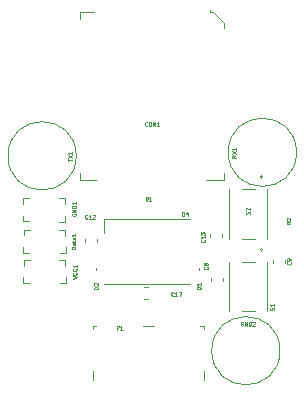
<source format=gbr>
%TF.GenerationSoftware,KiCad,Pcbnew,(7.0.0)*%
%TF.CreationDate,2023-10-08T10:18:40-07:00*%
%TF.ProjectId,Dot-LED,446f742d-4c45-4442-9e6b-696361645f70,rev?*%
%TF.SameCoordinates,Original*%
%TF.FileFunction,Legend,Top*%
%TF.FilePolarity,Positive*%
%FSLAX46Y46*%
G04 Gerber Fmt 4.6, Leading zero omitted, Abs format (unit mm)*
G04 Created by KiCad (PCBNEW (7.0.0)) date 2023-10-08 10:18:40*
%MOMM*%
%LPD*%
G01*
G04 APERTURE LIST*
%ADD10C,0.082500*%
%ADD11C,0.125000*%
G04 APERTURE END LIST*
D10*
%TO.C,C12*%
X121587856Y-53839807D02*
X121572142Y-53855521D01*
X121572142Y-53855521D02*
X121524999Y-53871235D01*
X121524999Y-53871235D02*
X121493571Y-53871235D01*
X121493571Y-53871235D02*
X121446428Y-53855521D01*
X121446428Y-53855521D02*
X121414999Y-53824092D01*
X121414999Y-53824092D02*
X121399285Y-53792664D01*
X121399285Y-53792664D02*
X121383571Y-53729807D01*
X121383571Y-53729807D02*
X121383571Y-53682664D01*
X121383571Y-53682664D02*
X121399285Y-53619807D01*
X121399285Y-53619807D02*
X121414999Y-53588378D01*
X121414999Y-53588378D02*
X121446428Y-53556950D01*
X121446428Y-53556950D02*
X121493571Y-53541235D01*
X121493571Y-53541235D02*
X121524999Y-53541235D01*
X121524999Y-53541235D02*
X121572142Y-53556950D01*
X121572142Y-53556950D02*
X121587856Y-53572664D01*
X121902142Y-53871235D02*
X121713571Y-53871235D01*
X121807856Y-53871235D02*
X121807856Y-53541235D01*
X121807856Y-53541235D02*
X121776428Y-53588378D01*
X121776428Y-53588378D02*
X121744999Y-53619807D01*
X121744999Y-53619807D02*
X121713571Y-53635521D01*
X122027857Y-53572664D02*
X122043571Y-53556950D01*
X122043571Y-53556950D02*
X122075000Y-53541235D01*
X122075000Y-53541235D02*
X122153571Y-53541235D01*
X122153571Y-53541235D02*
X122185000Y-53556950D01*
X122185000Y-53556950D02*
X122200714Y-53572664D01*
X122200714Y-53572664D02*
X122216428Y-53604092D01*
X122216428Y-53604092D02*
X122216428Y-53635521D01*
X122216428Y-53635521D02*
X122200714Y-53682664D01*
X122200714Y-53682664D02*
X122012142Y-53871235D01*
X122012142Y-53871235D02*
X122216428Y-53871235D01*
%TO.C,S2*%
X135310521Y-53466428D02*
X135326235Y-53419286D01*
X135326235Y-53419286D02*
X135326235Y-53340714D01*
X135326235Y-53340714D02*
X135310521Y-53309286D01*
X135310521Y-53309286D02*
X135294807Y-53293571D01*
X135294807Y-53293571D02*
X135263378Y-53277857D01*
X135263378Y-53277857D02*
X135231950Y-53277857D01*
X135231950Y-53277857D02*
X135200521Y-53293571D01*
X135200521Y-53293571D02*
X135184807Y-53309286D01*
X135184807Y-53309286D02*
X135169092Y-53340714D01*
X135169092Y-53340714D02*
X135153378Y-53403571D01*
X135153378Y-53403571D02*
X135137664Y-53435000D01*
X135137664Y-53435000D02*
X135121950Y-53450714D01*
X135121950Y-53450714D02*
X135090521Y-53466428D01*
X135090521Y-53466428D02*
X135059092Y-53466428D01*
X135059092Y-53466428D02*
X135027664Y-53450714D01*
X135027664Y-53450714D02*
X135011950Y-53435000D01*
X135011950Y-53435000D02*
X134996235Y-53403571D01*
X134996235Y-53403571D02*
X134996235Y-53325000D01*
X134996235Y-53325000D02*
X135011950Y-53277857D01*
X135027664Y-53152142D02*
X135011950Y-53136428D01*
X135011950Y-53136428D02*
X134996235Y-53105000D01*
X134996235Y-53105000D02*
X134996235Y-53026428D01*
X134996235Y-53026428D02*
X135011950Y-52995000D01*
X135011950Y-52995000D02*
X135027664Y-52979285D01*
X135027664Y-52979285D02*
X135059092Y-52963571D01*
X135059092Y-52963571D02*
X135090521Y-52963571D01*
X135090521Y-52963571D02*
X135137664Y-52979285D01*
X135137664Y-52979285D02*
X135326235Y-53167857D01*
X135326235Y-53167857D02*
X135326235Y-52963571D01*
%TO.C,RX1*%
X134171235Y-48512143D02*
X134014092Y-48622143D01*
X134171235Y-48700714D02*
X133841235Y-48700714D01*
X133841235Y-48700714D02*
X133841235Y-48575000D01*
X133841235Y-48575000D02*
X133856950Y-48543571D01*
X133856950Y-48543571D02*
X133872664Y-48527857D01*
X133872664Y-48527857D02*
X133904092Y-48512143D01*
X133904092Y-48512143D02*
X133951235Y-48512143D01*
X133951235Y-48512143D02*
X133982664Y-48527857D01*
X133982664Y-48527857D02*
X133998378Y-48543571D01*
X133998378Y-48543571D02*
X134014092Y-48575000D01*
X134014092Y-48575000D02*
X134014092Y-48700714D01*
X133841235Y-48402143D02*
X134171235Y-48182143D01*
X133841235Y-48182143D02*
X134171235Y-48402143D01*
X134171235Y-47883571D02*
X134171235Y-48072142D01*
X134171235Y-47977857D02*
X133841235Y-47977857D01*
X133841235Y-47977857D02*
X133888378Y-48009285D01*
X133888378Y-48009285D02*
X133919807Y-48040714D01*
X133919807Y-48040714D02*
X133935521Y-48072142D01*
%TO.C,C13*%
X131489807Y-55662143D02*
X131505521Y-55677857D01*
X131505521Y-55677857D02*
X131521235Y-55725000D01*
X131521235Y-55725000D02*
X131521235Y-55756428D01*
X131521235Y-55756428D02*
X131505521Y-55803571D01*
X131505521Y-55803571D02*
X131474092Y-55835000D01*
X131474092Y-55835000D02*
X131442664Y-55850714D01*
X131442664Y-55850714D02*
X131379807Y-55866428D01*
X131379807Y-55866428D02*
X131332664Y-55866428D01*
X131332664Y-55866428D02*
X131269807Y-55850714D01*
X131269807Y-55850714D02*
X131238378Y-55835000D01*
X131238378Y-55835000D02*
X131206950Y-55803571D01*
X131206950Y-55803571D02*
X131191235Y-55756428D01*
X131191235Y-55756428D02*
X131191235Y-55725000D01*
X131191235Y-55725000D02*
X131206950Y-55677857D01*
X131206950Y-55677857D02*
X131222664Y-55662143D01*
X131521235Y-55347857D02*
X131521235Y-55536428D01*
X131521235Y-55442143D02*
X131191235Y-55442143D01*
X131191235Y-55442143D02*
X131238378Y-55473571D01*
X131238378Y-55473571D02*
X131269807Y-55505000D01*
X131269807Y-55505000D02*
X131285521Y-55536428D01*
X131191235Y-55237857D02*
X131191235Y-55033571D01*
X131191235Y-55033571D02*
X131316950Y-55143571D01*
X131316950Y-55143571D02*
X131316950Y-55096428D01*
X131316950Y-55096428D02*
X131332664Y-55065000D01*
X131332664Y-55065000D02*
X131348378Y-55049285D01*
X131348378Y-55049285D02*
X131379807Y-55033571D01*
X131379807Y-55033571D02*
X131458378Y-55033571D01*
X131458378Y-55033571D02*
X131489807Y-55049285D01*
X131489807Y-55049285D02*
X131505521Y-55065000D01*
X131505521Y-55065000D02*
X131521235Y-55096428D01*
X131521235Y-55096428D02*
X131521235Y-55190714D01*
X131521235Y-55190714D02*
X131505521Y-55222142D01*
X131505521Y-55222142D02*
X131489807Y-55237857D01*
%TO.C,C9*%
X138789807Y-57555000D02*
X138805521Y-57570714D01*
X138805521Y-57570714D02*
X138821235Y-57617857D01*
X138821235Y-57617857D02*
X138821235Y-57649285D01*
X138821235Y-57649285D02*
X138805521Y-57696428D01*
X138805521Y-57696428D02*
X138774092Y-57727857D01*
X138774092Y-57727857D02*
X138742664Y-57743571D01*
X138742664Y-57743571D02*
X138679807Y-57759285D01*
X138679807Y-57759285D02*
X138632664Y-57759285D01*
X138632664Y-57759285D02*
X138569807Y-57743571D01*
X138569807Y-57743571D02*
X138538378Y-57727857D01*
X138538378Y-57727857D02*
X138506950Y-57696428D01*
X138506950Y-57696428D02*
X138491235Y-57649285D01*
X138491235Y-57649285D02*
X138491235Y-57617857D01*
X138491235Y-57617857D02*
X138506950Y-57570714D01*
X138506950Y-57570714D02*
X138522664Y-57555000D01*
X138821235Y-57397857D02*
X138821235Y-57335000D01*
X138821235Y-57335000D02*
X138805521Y-57303571D01*
X138805521Y-57303571D02*
X138789807Y-57287857D01*
X138789807Y-57287857D02*
X138742664Y-57256428D01*
X138742664Y-57256428D02*
X138679807Y-57240714D01*
X138679807Y-57240714D02*
X138554092Y-57240714D01*
X138554092Y-57240714D02*
X138522664Y-57256428D01*
X138522664Y-57256428D02*
X138506950Y-57272143D01*
X138506950Y-57272143D02*
X138491235Y-57303571D01*
X138491235Y-57303571D02*
X138491235Y-57366428D01*
X138491235Y-57366428D02*
X138506950Y-57397857D01*
X138506950Y-57397857D02*
X138522664Y-57413571D01*
X138522664Y-57413571D02*
X138554092Y-57429285D01*
X138554092Y-57429285D02*
X138632664Y-57429285D01*
X138632664Y-57429285D02*
X138664092Y-57413571D01*
X138664092Y-57413571D02*
X138679807Y-57397857D01*
X138679807Y-57397857D02*
X138695521Y-57366428D01*
X138695521Y-57366428D02*
X138695521Y-57303571D01*
X138695521Y-57303571D02*
X138679807Y-57272143D01*
X138679807Y-57272143D02*
X138664092Y-57256428D01*
X138664092Y-57256428D02*
X138632664Y-57240714D01*
%TO.C,S1*%
X137355521Y-61601428D02*
X137371235Y-61554286D01*
X137371235Y-61554286D02*
X137371235Y-61475714D01*
X137371235Y-61475714D02*
X137355521Y-61444286D01*
X137355521Y-61444286D02*
X137339807Y-61428571D01*
X137339807Y-61428571D02*
X137308378Y-61412857D01*
X137308378Y-61412857D02*
X137276950Y-61412857D01*
X137276950Y-61412857D02*
X137245521Y-61428571D01*
X137245521Y-61428571D02*
X137229807Y-61444286D01*
X137229807Y-61444286D02*
X137214092Y-61475714D01*
X137214092Y-61475714D02*
X137198378Y-61538571D01*
X137198378Y-61538571D02*
X137182664Y-61570000D01*
X137182664Y-61570000D02*
X137166950Y-61585714D01*
X137166950Y-61585714D02*
X137135521Y-61601428D01*
X137135521Y-61601428D02*
X137104092Y-61601428D01*
X137104092Y-61601428D02*
X137072664Y-61585714D01*
X137072664Y-61585714D02*
X137056950Y-61570000D01*
X137056950Y-61570000D02*
X137041235Y-61538571D01*
X137041235Y-61538571D02*
X137041235Y-61460000D01*
X137041235Y-61460000D02*
X137056950Y-61412857D01*
X137371235Y-61098571D02*
X137371235Y-61287142D01*
X137371235Y-61192857D02*
X137041235Y-61192857D01*
X137041235Y-61192857D02*
X137088378Y-61224285D01*
X137088378Y-61224285D02*
X137119807Y-61255714D01*
X137119807Y-61255714D02*
X137135521Y-61287142D01*
%TO.C,D2*%
X122471235Y-59843571D02*
X122141235Y-59843571D01*
X122141235Y-59843571D02*
X122141235Y-59765000D01*
X122141235Y-59765000D02*
X122156950Y-59717857D01*
X122156950Y-59717857D02*
X122188378Y-59686428D01*
X122188378Y-59686428D02*
X122219807Y-59670714D01*
X122219807Y-59670714D02*
X122282664Y-59655000D01*
X122282664Y-59655000D02*
X122329807Y-59655000D01*
X122329807Y-59655000D02*
X122392664Y-59670714D01*
X122392664Y-59670714D02*
X122424092Y-59686428D01*
X122424092Y-59686428D02*
X122455521Y-59717857D01*
X122455521Y-59717857D02*
X122471235Y-59765000D01*
X122471235Y-59765000D02*
X122471235Y-59843571D01*
X122172664Y-59529285D02*
X122156950Y-59513571D01*
X122156950Y-59513571D02*
X122141235Y-59482143D01*
X122141235Y-59482143D02*
X122141235Y-59403571D01*
X122141235Y-59403571D02*
X122156950Y-59372143D01*
X122156950Y-59372143D02*
X122172664Y-59356428D01*
X122172664Y-59356428D02*
X122204092Y-59340714D01*
X122204092Y-59340714D02*
X122235521Y-59340714D01*
X122235521Y-59340714D02*
X122282664Y-59356428D01*
X122282664Y-59356428D02*
X122471235Y-59545000D01*
X122471235Y-59545000D02*
X122471235Y-59340714D01*
%TO.C,CON1*%
X126649285Y-45989807D02*
X126633571Y-46005521D01*
X126633571Y-46005521D02*
X126586428Y-46021235D01*
X126586428Y-46021235D02*
X126555000Y-46021235D01*
X126555000Y-46021235D02*
X126507857Y-46005521D01*
X126507857Y-46005521D02*
X126476428Y-45974092D01*
X126476428Y-45974092D02*
X126460714Y-45942664D01*
X126460714Y-45942664D02*
X126445000Y-45879807D01*
X126445000Y-45879807D02*
X126445000Y-45832664D01*
X126445000Y-45832664D02*
X126460714Y-45769807D01*
X126460714Y-45769807D02*
X126476428Y-45738378D01*
X126476428Y-45738378D02*
X126507857Y-45706950D01*
X126507857Y-45706950D02*
X126555000Y-45691235D01*
X126555000Y-45691235D02*
X126586428Y-45691235D01*
X126586428Y-45691235D02*
X126633571Y-45706950D01*
X126633571Y-45706950D02*
X126649285Y-45722664D01*
X126853571Y-45691235D02*
X126916428Y-45691235D01*
X126916428Y-45691235D02*
X126947857Y-45706950D01*
X126947857Y-45706950D02*
X126979285Y-45738378D01*
X126979285Y-45738378D02*
X126995000Y-45801235D01*
X126995000Y-45801235D02*
X126995000Y-45911235D01*
X126995000Y-45911235D02*
X126979285Y-45974092D01*
X126979285Y-45974092D02*
X126947857Y-46005521D01*
X126947857Y-46005521D02*
X126916428Y-46021235D01*
X126916428Y-46021235D02*
X126853571Y-46021235D01*
X126853571Y-46021235D02*
X126822143Y-46005521D01*
X126822143Y-46005521D02*
X126790714Y-45974092D01*
X126790714Y-45974092D02*
X126775000Y-45911235D01*
X126775000Y-45911235D02*
X126775000Y-45801235D01*
X126775000Y-45801235D02*
X126790714Y-45738378D01*
X126790714Y-45738378D02*
X126822143Y-45706950D01*
X126822143Y-45706950D02*
X126853571Y-45691235D01*
X127136428Y-46021235D02*
X127136428Y-45691235D01*
X127136428Y-45691235D02*
X127324999Y-46021235D01*
X127324999Y-46021235D02*
X127324999Y-45691235D01*
X127654999Y-46021235D02*
X127466428Y-46021235D01*
X127560713Y-46021235D02*
X127560713Y-45691235D01*
X127560713Y-45691235D02*
X127529285Y-45738378D01*
X127529285Y-45738378D02*
X127497856Y-45769807D01*
X127497856Y-45769807D02*
X127466428Y-45785521D01*
%TO.C,GND1*%
X120306950Y-53458571D02*
X120291235Y-53490000D01*
X120291235Y-53490000D02*
X120291235Y-53537142D01*
X120291235Y-53537142D02*
X120306950Y-53584285D01*
X120306950Y-53584285D02*
X120338378Y-53615714D01*
X120338378Y-53615714D02*
X120369807Y-53631428D01*
X120369807Y-53631428D02*
X120432664Y-53647142D01*
X120432664Y-53647142D02*
X120479807Y-53647142D01*
X120479807Y-53647142D02*
X120542664Y-53631428D01*
X120542664Y-53631428D02*
X120574092Y-53615714D01*
X120574092Y-53615714D02*
X120605521Y-53584285D01*
X120605521Y-53584285D02*
X120621235Y-53537142D01*
X120621235Y-53537142D02*
X120621235Y-53505714D01*
X120621235Y-53505714D02*
X120605521Y-53458571D01*
X120605521Y-53458571D02*
X120589807Y-53442857D01*
X120589807Y-53442857D02*
X120479807Y-53442857D01*
X120479807Y-53442857D02*
X120479807Y-53505714D01*
X120621235Y-53301428D02*
X120291235Y-53301428D01*
X120291235Y-53301428D02*
X120621235Y-53112857D01*
X120621235Y-53112857D02*
X120291235Y-53112857D01*
X120621235Y-52955714D02*
X120291235Y-52955714D01*
X120291235Y-52955714D02*
X120291235Y-52877143D01*
X120291235Y-52877143D02*
X120306950Y-52830000D01*
X120306950Y-52830000D02*
X120338378Y-52798571D01*
X120338378Y-52798571D02*
X120369807Y-52782857D01*
X120369807Y-52782857D02*
X120432664Y-52767143D01*
X120432664Y-52767143D02*
X120479807Y-52767143D01*
X120479807Y-52767143D02*
X120542664Y-52782857D01*
X120542664Y-52782857D02*
X120574092Y-52798571D01*
X120574092Y-52798571D02*
X120605521Y-52830000D01*
X120605521Y-52830000D02*
X120621235Y-52877143D01*
X120621235Y-52877143D02*
X120621235Y-52955714D01*
X120621235Y-52452857D02*
X120621235Y-52641428D01*
X120621235Y-52547143D02*
X120291235Y-52547143D01*
X120291235Y-52547143D02*
X120338378Y-52578571D01*
X120338378Y-52578571D02*
X120369807Y-52610000D01*
X120369807Y-52610000D02*
X120385521Y-52641428D01*
%TO.C,P1*%
X124056428Y-63271235D02*
X124056428Y-62941235D01*
X124056428Y-62941235D02*
X124182142Y-62941235D01*
X124182142Y-62941235D02*
X124213571Y-62956950D01*
X124213571Y-62956950D02*
X124229285Y-62972664D01*
X124229285Y-62972664D02*
X124244999Y-63004092D01*
X124244999Y-63004092D02*
X124244999Y-63051235D01*
X124244999Y-63051235D02*
X124229285Y-63082664D01*
X124229285Y-63082664D02*
X124213571Y-63098378D01*
X124213571Y-63098378D02*
X124182142Y-63114092D01*
X124182142Y-63114092D02*
X124056428Y-63114092D01*
X124559285Y-63271235D02*
X124370714Y-63271235D01*
X124464999Y-63271235D02*
X124464999Y-62941235D01*
X124464999Y-62941235D02*
X124433571Y-62988378D01*
X124433571Y-62988378D02*
X124402142Y-63019807D01*
X124402142Y-63019807D02*
X124370714Y-63035521D01*
%TO.C,GND2*%
X134741428Y-62606950D02*
X134710000Y-62591235D01*
X134710000Y-62591235D02*
X134662857Y-62591235D01*
X134662857Y-62591235D02*
X134615714Y-62606950D01*
X134615714Y-62606950D02*
X134584285Y-62638378D01*
X134584285Y-62638378D02*
X134568571Y-62669807D01*
X134568571Y-62669807D02*
X134552857Y-62732664D01*
X134552857Y-62732664D02*
X134552857Y-62779807D01*
X134552857Y-62779807D02*
X134568571Y-62842664D01*
X134568571Y-62842664D02*
X134584285Y-62874092D01*
X134584285Y-62874092D02*
X134615714Y-62905521D01*
X134615714Y-62905521D02*
X134662857Y-62921235D01*
X134662857Y-62921235D02*
X134694285Y-62921235D01*
X134694285Y-62921235D02*
X134741428Y-62905521D01*
X134741428Y-62905521D02*
X134757142Y-62889807D01*
X134757142Y-62889807D02*
X134757142Y-62779807D01*
X134757142Y-62779807D02*
X134694285Y-62779807D01*
X134898571Y-62921235D02*
X134898571Y-62591235D01*
X134898571Y-62591235D02*
X135087142Y-62921235D01*
X135087142Y-62921235D02*
X135087142Y-62591235D01*
X135244285Y-62921235D02*
X135244285Y-62591235D01*
X135244285Y-62591235D02*
X135322856Y-62591235D01*
X135322856Y-62591235D02*
X135369999Y-62606950D01*
X135369999Y-62606950D02*
X135401428Y-62638378D01*
X135401428Y-62638378D02*
X135417142Y-62669807D01*
X135417142Y-62669807D02*
X135432856Y-62732664D01*
X135432856Y-62732664D02*
X135432856Y-62779807D01*
X135432856Y-62779807D02*
X135417142Y-62842664D01*
X135417142Y-62842664D02*
X135401428Y-62874092D01*
X135401428Y-62874092D02*
X135369999Y-62905521D01*
X135369999Y-62905521D02*
X135322856Y-62921235D01*
X135322856Y-62921235D02*
X135244285Y-62921235D01*
X135558571Y-62622664D02*
X135574285Y-62606950D01*
X135574285Y-62606950D02*
X135605714Y-62591235D01*
X135605714Y-62591235D02*
X135684285Y-62591235D01*
X135684285Y-62591235D02*
X135715714Y-62606950D01*
X135715714Y-62606950D02*
X135731428Y-62622664D01*
X135731428Y-62622664D02*
X135747142Y-62654092D01*
X135747142Y-62654092D02*
X135747142Y-62685521D01*
X135747142Y-62685521D02*
X135731428Y-62732664D01*
X135731428Y-62732664D02*
X135542856Y-62921235D01*
X135542856Y-62921235D02*
X135747142Y-62921235D01*
%TO.C,R1*%
X126694999Y-52371235D02*
X126584999Y-52214092D01*
X126506428Y-52371235D02*
X126506428Y-52041235D01*
X126506428Y-52041235D02*
X126632142Y-52041235D01*
X126632142Y-52041235D02*
X126663571Y-52056950D01*
X126663571Y-52056950D02*
X126679285Y-52072664D01*
X126679285Y-52072664D02*
X126694999Y-52104092D01*
X126694999Y-52104092D02*
X126694999Y-52151235D01*
X126694999Y-52151235D02*
X126679285Y-52182664D01*
X126679285Y-52182664D02*
X126663571Y-52198378D01*
X126663571Y-52198378D02*
X126632142Y-52214092D01*
X126632142Y-52214092D02*
X126506428Y-52214092D01*
X127009285Y-52371235D02*
X126820714Y-52371235D01*
X126914999Y-52371235D02*
X126914999Y-52041235D01*
X126914999Y-52041235D02*
X126883571Y-52088378D01*
X126883571Y-52088378D02*
X126852142Y-52119807D01*
X126852142Y-52119807D02*
X126820714Y-52135521D01*
%TO.C,VCC1*%
X120341235Y-58947142D02*
X120671235Y-58837142D01*
X120671235Y-58837142D02*
X120341235Y-58727142D01*
X120639807Y-58428571D02*
X120655521Y-58444285D01*
X120655521Y-58444285D02*
X120671235Y-58491428D01*
X120671235Y-58491428D02*
X120671235Y-58522856D01*
X120671235Y-58522856D02*
X120655521Y-58569999D01*
X120655521Y-58569999D02*
X120624092Y-58601428D01*
X120624092Y-58601428D02*
X120592664Y-58617142D01*
X120592664Y-58617142D02*
X120529807Y-58632856D01*
X120529807Y-58632856D02*
X120482664Y-58632856D01*
X120482664Y-58632856D02*
X120419807Y-58617142D01*
X120419807Y-58617142D02*
X120388378Y-58601428D01*
X120388378Y-58601428D02*
X120356950Y-58569999D01*
X120356950Y-58569999D02*
X120341235Y-58522856D01*
X120341235Y-58522856D02*
X120341235Y-58491428D01*
X120341235Y-58491428D02*
X120356950Y-58444285D01*
X120356950Y-58444285D02*
X120372664Y-58428571D01*
X120639807Y-58098571D02*
X120655521Y-58114285D01*
X120655521Y-58114285D02*
X120671235Y-58161428D01*
X120671235Y-58161428D02*
X120671235Y-58192856D01*
X120671235Y-58192856D02*
X120655521Y-58239999D01*
X120655521Y-58239999D02*
X120624092Y-58271428D01*
X120624092Y-58271428D02*
X120592664Y-58287142D01*
X120592664Y-58287142D02*
X120529807Y-58302856D01*
X120529807Y-58302856D02*
X120482664Y-58302856D01*
X120482664Y-58302856D02*
X120419807Y-58287142D01*
X120419807Y-58287142D02*
X120388378Y-58271428D01*
X120388378Y-58271428D02*
X120356950Y-58239999D01*
X120356950Y-58239999D02*
X120341235Y-58192856D01*
X120341235Y-58192856D02*
X120341235Y-58161428D01*
X120341235Y-58161428D02*
X120356950Y-58114285D01*
X120356950Y-58114285D02*
X120372664Y-58098571D01*
X120671235Y-57784285D02*
X120671235Y-57972856D01*
X120671235Y-57878571D02*
X120341235Y-57878571D01*
X120341235Y-57878571D02*
X120388378Y-57909999D01*
X120388378Y-57909999D02*
X120419807Y-57941428D01*
X120419807Y-57941428D02*
X120435521Y-57972856D01*
%TO.C,R2*%
X138771235Y-54105000D02*
X138614092Y-54215000D01*
X138771235Y-54293571D02*
X138441235Y-54293571D01*
X138441235Y-54293571D02*
X138441235Y-54167857D01*
X138441235Y-54167857D02*
X138456950Y-54136428D01*
X138456950Y-54136428D02*
X138472664Y-54120714D01*
X138472664Y-54120714D02*
X138504092Y-54105000D01*
X138504092Y-54105000D02*
X138551235Y-54105000D01*
X138551235Y-54105000D02*
X138582664Y-54120714D01*
X138582664Y-54120714D02*
X138598378Y-54136428D01*
X138598378Y-54136428D02*
X138614092Y-54167857D01*
X138614092Y-54167857D02*
X138614092Y-54293571D01*
X138472664Y-53979285D02*
X138456950Y-53963571D01*
X138456950Y-53963571D02*
X138441235Y-53932143D01*
X138441235Y-53932143D02*
X138441235Y-53853571D01*
X138441235Y-53853571D02*
X138456950Y-53822143D01*
X138456950Y-53822143D02*
X138472664Y-53806428D01*
X138472664Y-53806428D02*
X138504092Y-53790714D01*
X138504092Y-53790714D02*
X138535521Y-53790714D01*
X138535521Y-53790714D02*
X138582664Y-53806428D01*
X138582664Y-53806428D02*
X138771235Y-53995000D01*
X138771235Y-53995000D02*
X138771235Y-53790714D01*
%TO.C,Data1*%
X120571235Y-56436427D02*
X120241235Y-56436427D01*
X120241235Y-56436427D02*
X120241235Y-56357856D01*
X120241235Y-56357856D02*
X120256950Y-56310713D01*
X120256950Y-56310713D02*
X120288378Y-56279284D01*
X120288378Y-56279284D02*
X120319807Y-56263570D01*
X120319807Y-56263570D02*
X120382664Y-56247856D01*
X120382664Y-56247856D02*
X120429807Y-56247856D01*
X120429807Y-56247856D02*
X120492664Y-56263570D01*
X120492664Y-56263570D02*
X120524092Y-56279284D01*
X120524092Y-56279284D02*
X120555521Y-56310713D01*
X120555521Y-56310713D02*
X120571235Y-56357856D01*
X120571235Y-56357856D02*
X120571235Y-56436427D01*
X120571235Y-55964999D02*
X120398378Y-55964999D01*
X120398378Y-55964999D02*
X120366950Y-55980713D01*
X120366950Y-55980713D02*
X120351235Y-56012141D01*
X120351235Y-56012141D02*
X120351235Y-56074999D01*
X120351235Y-56074999D02*
X120366950Y-56106427D01*
X120555521Y-55964999D02*
X120571235Y-55996427D01*
X120571235Y-55996427D02*
X120571235Y-56074999D01*
X120571235Y-56074999D02*
X120555521Y-56106427D01*
X120555521Y-56106427D02*
X120524092Y-56122141D01*
X120524092Y-56122141D02*
X120492664Y-56122141D01*
X120492664Y-56122141D02*
X120461235Y-56106427D01*
X120461235Y-56106427D02*
X120445521Y-56074999D01*
X120445521Y-56074999D02*
X120445521Y-55996427D01*
X120445521Y-55996427D02*
X120429807Y-55964999D01*
X120351235Y-55854999D02*
X120351235Y-55729285D01*
X120241235Y-55807856D02*
X120524092Y-55807856D01*
X120524092Y-55807856D02*
X120555521Y-55792142D01*
X120555521Y-55792142D02*
X120571235Y-55760713D01*
X120571235Y-55760713D02*
X120571235Y-55729285D01*
X120571235Y-55477857D02*
X120398378Y-55477857D01*
X120398378Y-55477857D02*
X120366950Y-55493571D01*
X120366950Y-55493571D02*
X120351235Y-55524999D01*
X120351235Y-55524999D02*
X120351235Y-55587857D01*
X120351235Y-55587857D02*
X120366950Y-55619285D01*
X120555521Y-55477857D02*
X120571235Y-55509285D01*
X120571235Y-55509285D02*
X120571235Y-55587857D01*
X120571235Y-55587857D02*
X120555521Y-55619285D01*
X120555521Y-55619285D02*
X120524092Y-55634999D01*
X120524092Y-55634999D02*
X120492664Y-55634999D01*
X120492664Y-55634999D02*
X120461235Y-55619285D01*
X120461235Y-55619285D02*
X120445521Y-55587857D01*
X120445521Y-55587857D02*
X120445521Y-55509285D01*
X120445521Y-55509285D02*
X120429807Y-55477857D01*
X120571235Y-55147857D02*
X120571235Y-55336428D01*
X120571235Y-55242143D02*
X120241235Y-55242143D01*
X120241235Y-55242143D02*
X120288378Y-55273571D01*
X120288378Y-55273571D02*
X120319807Y-55305000D01*
X120319807Y-55305000D02*
X120335521Y-55336428D01*
%TO.C,C8*%
X131739807Y-57955000D02*
X131755521Y-57970714D01*
X131755521Y-57970714D02*
X131771235Y-58017857D01*
X131771235Y-58017857D02*
X131771235Y-58049285D01*
X131771235Y-58049285D02*
X131755521Y-58096428D01*
X131755521Y-58096428D02*
X131724092Y-58127857D01*
X131724092Y-58127857D02*
X131692664Y-58143571D01*
X131692664Y-58143571D02*
X131629807Y-58159285D01*
X131629807Y-58159285D02*
X131582664Y-58159285D01*
X131582664Y-58159285D02*
X131519807Y-58143571D01*
X131519807Y-58143571D02*
X131488378Y-58127857D01*
X131488378Y-58127857D02*
X131456950Y-58096428D01*
X131456950Y-58096428D02*
X131441235Y-58049285D01*
X131441235Y-58049285D02*
X131441235Y-58017857D01*
X131441235Y-58017857D02*
X131456950Y-57970714D01*
X131456950Y-57970714D02*
X131472664Y-57955000D01*
X131582664Y-57766428D02*
X131566950Y-57797857D01*
X131566950Y-57797857D02*
X131551235Y-57813571D01*
X131551235Y-57813571D02*
X131519807Y-57829285D01*
X131519807Y-57829285D02*
X131504092Y-57829285D01*
X131504092Y-57829285D02*
X131472664Y-57813571D01*
X131472664Y-57813571D02*
X131456950Y-57797857D01*
X131456950Y-57797857D02*
X131441235Y-57766428D01*
X131441235Y-57766428D02*
X131441235Y-57703571D01*
X131441235Y-57703571D02*
X131456950Y-57672143D01*
X131456950Y-57672143D02*
X131472664Y-57656428D01*
X131472664Y-57656428D02*
X131504092Y-57640714D01*
X131504092Y-57640714D02*
X131519807Y-57640714D01*
X131519807Y-57640714D02*
X131551235Y-57656428D01*
X131551235Y-57656428D02*
X131566950Y-57672143D01*
X131566950Y-57672143D02*
X131582664Y-57703571D01*
X131582664Y-57703571D02*
X131582664Y-57766428D01*
X131582664Y-57766428D02*
X131598378Y-57797857D01*
X131598378Y-57797857D02*
X131614092Y-57813571D01*
X131614092Y-57813571D02*
X131645521Y-57829285D01*
X131645521Y-57829285D02*
X131708378Y-57829285D01*
X131708378Y-57829285D02*
X131739807Y-57813571D01*
X131739807Y-57813571D02*
X131755521Y-57797857D01*
X131755521Y-57797857D02*
X131771235Y-57766428D01*
X131771235Y-57766428D02*
X131771235Y-57703571D01*
X131771235Y-57703571D02*
X131755521Y-57672143D01*
X131755521Y-57672143D02*
X131739807Y-57656428D01*
X131739807Y-57656428D02*
X131708378Y-57640714D01*
X131708378Y-57640714D02*
X131645521Y-57640714D01*
X131645521Y-57640714D02*
X131614092Y-57656428D01*
X131614092Y-57656428D02*
X131598378Y-57672143D01*
X131598378Y-57672143D02*
X131582664Y-57703571D01*
%TO.C,C17*%
X128887856Y-60389807D02*
X128872142Y-60405521D01*
X128872142Y-60405521D02*
X128824999Y-60421235D01*
X128824999Y-60421235D02*
X128793571Y-60421235D01*
X128793571Y-60421235D02*
X128746428Y-60405521D01*
X128746428Y-60405521D02*
X128714999Y-60374092D01*
X128714999Y-60374092D02*
X128699285Y-60342664D01*
X128699285Y-60342664D02*
X128683571Y-60279807D01*
X128683571Y-60279807D02*
X128683571Y-60232664D01*
X128683571Y-60232664D02*
X128699285Y-60169807D01*
X128699285Y-60169807D02*
X128714999Y-60138378D01*
X128714999Y-60138378D02*
X128746428Y-60106950D01*
X128746428Y-60106950D02*
X128793571Y-60091235D01*
X128793571Y-60091235D02*
X128824999Y-60091235D01*
X128824999Y-60091235D02*
X128872142Y-60106950D01*
X128872142Y-60106950D02*
X128887856Y-60122664D01*
X129202142Y-60421235D02*
X129013571Y-60421235D01*
X129107856Y-60421235D02*
X129107856Y-60091235D01*
X129107856Y-60091235D02*
X129076428Y-60138378D01*
X129076428Y-60138378D02*
X129044999Y-60169807D01*
X129044999Y-60169807D02*
X129013571Y-60185521D01*
X129312142Y-60091235D02*
X129532142Y-60091235D01*
X129532142Y-60091235D02*
X129390714Y-60421235D01*
%TO.C,D4*%
X129606428Y-53621235D02*
X129606428Y-53291235D01*
X129606428Y-53291235D02*
X129684999Y-53291235D01*
X129684999Y-53291235D02*
X129732142Y-53306950D01*
X129732142Y-53306950D02*
X129763571Y-53338378D01*
X129763571Y-53338378D02*
X129779285Y-53369807D01*
X129779285Y-53369807D02*
X129794999Y-53432664D01*
X129794999Y-53432664D02*
X129794999Y-53479807D01*
X129794999Y-53479807D02*
X129779285Y-53542664D01*
X129779285Y-53542664D02*
X129763571Y-53574092D01*
X129763571Y-53574092D02*
X129732142Y-53605521D01*
X129732142Y-53605521D02*
X129684999Y-53621235D01*
X129684999Y-53621235D02*
X129606428Y-53621235D01*
X130077857Y-53401235D02*
X130077857Y-53621235D01*
X129999285Y-53275521D02*
X129920714Y-53511235D01*
X129920714Y-53511235D02*
X130124999Y-53511235D01*
%TO.C,TX1*%
X119941235Y-49008571D02*
X119941235Y-48820000D01*
X120271235Y-48914285D02*
X119941235Y-48914285D01*
X119941235Y-48741428D02*
X120271235Y-48521428D01*
X119941235Y-48521428D02*
X120271235Y-48741428D01*
X120271235Y-48222856D02*
X120271235Y-48411427D01*
X120271235Y-48317142D02*
X119941235Y-48317142D01*
X119941235Y-48317142D02*
X119988378Y-48348570D01*
X119988378Y-48348570D02*
X120019807Y-48379999D01*
X120019807Y-48379999D02*
X120035521Y-48411427D01*
%TO.C,D1*%
X131171235Y-59843571D02*
X130841235Y-59843571D01*
X130841235Y-59843571D02*
X130841235Y-59765000D01*
X130841235Y-59765000D02*
X130856950Y-59717857D01*
X130856950Y-59717857D02*
X130888378Y-59686428D01*
X130888378Y-59686428D02*
X130919807Y-59670714D01*
X130919807Y-59670714D02*
X130982664Y-59655000D01*
X130982664Y-59655000D02*
X131029807Y-59655000D01*
X131029807Y-59655000D02*
X131092664Y-59670714D01*
X131092664Y-59670714D02*
X131124092Y-59686428D01*
X131124092Y-59686428D02*
X131155521Y-59717857D01*
X131155521Y-59717857D02*
X131171235Y-59765000D01*
X131171235Y-59765000D02*
X131171235Y-59843571D01*
X131171235Y-59340714D02*
X131171235Y-59529285D01*
X131171235Y-59435000D02*
X130841235Y-59435000D01*
X130841235Y-59435000D02*
X130888378Y-59466428D01*
X130888378Y-59466428D02*
X130919807Y-59497857D01*
X130919807Y-59497857D02*
X130935521Y-59529285D01*
D11*
%TO.C,C12*%
X121340000Y-55846267D02*
X121340000Y-55553733D01*
X122360000Y-55846267D02*
X122360000Y-55553733D01*
%TO.C,S2*%
X136320000Y-50230000D02*
X136320000Y-50230000D01*
X136320000Y-50430000D02*
X136320000Y-50430000D01*
X136810000Y-51350000D02*
X136810000Y-55550000D01*
X134640000Y-51350000D02*
X135760000Y-51350000D01*
X133600000Y-51350000D02*
X133600000Y-55550000D01*
X134640000Y-55550000D02*
X135760000Y-55550000D01*
X136320000Y-50430000D02*
G75*
G03*
X136320000Y-50230000I0J100000D01*
G01*
X136320000Y-50230000D02*
G75*
G03*
X136320000Y-50430000I0J-100000D01*
G01*
%TO.C,RX1*%
X139290017Y-48250000D02*
G75*
G03*
X139290017Y-48250000I-2890017J0D01*
G01*
%TO.C,C13*%
X131990000Y-55446267D02*
X131990000Y-55153733D01*
X133010000Y-55446267D02*
X133010000Y-55153733D01*
%TO.C,C9*%
X137290000Y-57646267D02*
X137290000Y-57353733D01*
X138310000Y-57646267D02*
X138310000Y-57353733D01*
%TO.C,S1*%
X136320000Y-56380000D02*
X136320000Y-56380000D01*
X136320000Y-56580000D02*
X136320000Y-56580000D01*
X136810000Y-57500000D02*
X136810000Y-61700000D01*
X134640000Y-57500000D02*
X135760000Y-57500000D01*
X133600000Y-57500000D02*
X133600000Y-61700000D01*
X134640000Y-61700000D02*
X135760000Y-61700000D01*
X136320000Y-56580000D02*
G75*
G03*
X136320000Y-56380000I0J100000D01*
G01*
X136320000Y-56380000D02*
G75*
G03*
X136320000Y-56580000I0J-100000D01*
G01*
%TO.C,D2*%
X122350000Y-58100000D02*
X122350000Y-58100000D01*
X122350000Y-58200000D02*
X122350000Y-58200000D01*
X122350000Y-58200000D02*
G75*
G03*
X122350000Y-58100000I0J50000D01*
G01*
X122350000Y-58100000D02*
G75*
G03*
X122350000Y-58200000I0J-50000D01*
G01*
%TO.C,CON1*%
X132250000Y-36400000D02*
X131950000Y-36400000D01*
X131950000Y-36400000D02*
X131950000Y-36200000D01*
X120950000Y-36400000D02*
X122150000Y-36400000D01*
X120950000Y-37000000D02*
X120950000Y-36400000D01*
X133150000Y-37300000D02*
X132250000Y-36400000D01*
X133150000Y-37700000D02*
X133150000Y-37300000D01*
X133150000Y-50000000D02*
X133150000Y-50600000D01*
X120950000Y-50000000D02*
X120950000Y-50600000D01*
X133150000Y-50600000D02*
X131650000Y-50600000D01*
X120950000Y-50600000D02*
X122350000Y-50600000D01*
%TO.C,GND1*%
X116120000Y-53610000D02*
X116120000Y-54110000D01*
X116120000Y-54110000D02*
X116620000Y-54110000D01*
X116150000Y-52140000D02*
X116150000Y-52640000D01*
X116150000Y-52140000D02*
X116650000Y-52140000D01*
X119660000Y-52150000D02*
X119160000Y-52150000D01*
X119660000Y-52150000D02*
X119660000Y-52650000D01*
X119680000Y-54130000D02*
X119180000Y-54130000D01*
X119680000Y-54130000D02*
X119680000Y-53630000D01*
%TO.C,P1*%
X122050000Y-62930000D02*
X122050000Y-63230000D01*
X122050000Y-62930000D02*
X122350000Y-62930000D01*
X122050000Y-66730000D02*
X122050000Y-67530000D01*
X126250000Y-62930000D02*
X127250000Y-62930000D01*
X131150000Y-62930000D02*
X131450000Y-62930000D01*
X131450000Y-62930000D02*
X131450000Y-63230000D01*
X131450000Y-66730000D02*
X131450000Y-67530000D01*
%TO.C,GND2*%
X137890017Y-65050000D02*
G75*
G03*
X137890017Y-65050000I-2890017J0D01*
G01*
%TO.C,VCC1*%
X116170000Y-58810000D02*
X116170000Y-59310000D01*
X116170000Y-59310000D02*
X116670000Y-59310000D01*
X116200000Y-57340000D02*
X116200000Y-57840000D01*
X116200000Y-57340000D02*
X116700000Y-57340000D01*
X119710000Y-57350000D02*
X119210000Y-57350000D01*
X119710000Y-57350000D02*
X119710000Y-57850000D01*
X119730000Y-59330000D02*
X119230000Y-59330000D01*
X119730000Y-59330000D02*
X119730000Y-58830000D01*
%TO.C,Data1*%
X116170000Y-56260000D02*
X116170000Y-56760000D01*
X116170000Y-56760000D02*
X116670000Y-56760000D01*
X116200000Y-54790000D02*
X116200000Y-55290000D01*
X116200000Y-54790000D02*
X116700000Y-54790000D01*
X119710000Y-54800000D02*
X119210000Y-54800000D01*
X119710000Y-54800000D02*
X119710000Y-55300000D01*
X119730000Y-56780000D02*
X119230000Y-56780000D01*
X119730000Y-56780000D02*
X119730000Y-56280000D01*
%TO.C,C8*%
X133060000Y-58853733D02*
X133060000Y-59146267D01*
X132040000Y-58853733D02*
X132040000Y-59146267D01*
%TO.C,C17*%
X126696267Y-60660000D02*
X126403733Y-60660000D01*
X126696267Y-59640000D02*
X126403733Y-59640000D01*
%TO.C,D4*%
X123000000Y-53900000D02*
X130300000Y-53900000D01*
X123000000Y-55050000D02*
X123000000Y-53900000D01*
X123000000Y-59400000D02*
X130300000Y-59400000D01*
%TO.C,TX1*%
X120640017Y-48550000D02*
G75*
G03*
X120640017Y-48550000I-2890017J0D01*
G01*
%TO.C,D1*%
X131050000Y-58100000D02*
X131050000Y-58100000D01*
X131050000Y-58200000D02*
X131050000Y-58200000D01*
X131050000Y-58200000D02*
G75*
G03*
X131050000Y-58100000I0J50000D01*
G01*
X131050000Y-58100000D02*
G75*
G03*
X131050000Y-58200000I0J-50000D01*
G01*
%TD*%
M02*

</source>
